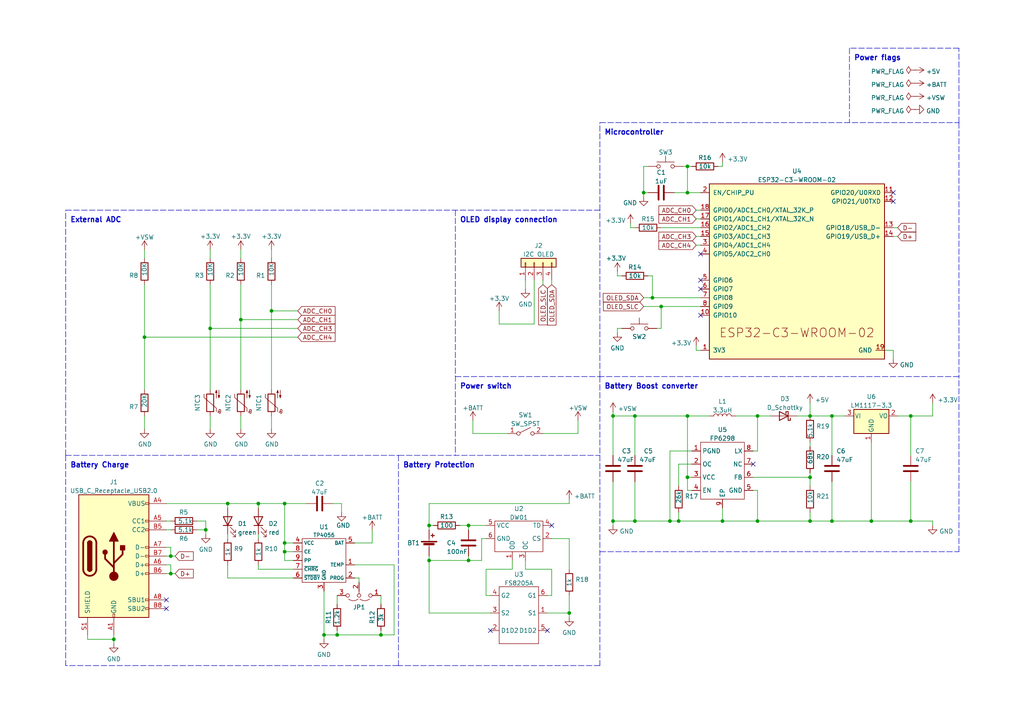
<source format=kicad_sch>
(kicad_sch (version 20211123) (generator eeschema)
  (paper "A4")
  (title_block (title "Feniks BBQ thermometer") (date "2022-12-19") (rev "0.4") (company "Marijn van Dongen"))
  (lib_symbols
    (symbol "Connector:USB_C_Receptacle_USB2.0" (pin_names (offset 1.016))
      (property "Reference" "J" (at -10.16 19.05 0))
      (property "Value" "USB_C_Receptacle_USB2.0" (at 19.05 19.05 0))
      (symbol "USB_C_Receptacle_USB2.0_1_1"
        (pin passive line (at 0 -22.86 90) (length 5.08) (name "GND") (number "A1"))
        (pin passive line (at 0 -22.86 90) (length 5.08) hide (name "GND") (number "A12"))
        (pin passive line (at 15.24 15.24 180) (length 5.08) (name "VBUS") (number "A4"))
        (pin bidirectional line (at 15.24 10.16 180) (length 5.08) (name "CC1") (number "A5"))
        (pin bidirectional line (at 15.24 -2.54 180) (length 5.08) (name "D+") (number "A6"))
        (pin bidirectional line (at 15.24 2.54 180) (length 5.08) (name "D-") (number "A7"))
        (pin bidirectional line (at 15.24 -12.7 180) (length 5.08) (name "SBU1") (number "A8"))
        (pin passive line (at 15.24 15.24 180) (length 5.08) hide (name "VBUS") (number "A9"))
        (pin passive line (at 0 -22.86 90) (length 5.08) hide (name "GND") (number "B1"))
        (pin passive line (at 0 -22.86 90) (length 5.08) hide (name "GND") (number "B12"))
        (pin passive line (at 15.24 15.24 180) (length 5.08) hide (name "VBUS") (number "B4"))
        (pin bidirectional line (at 15.24 7.62 180) (length 5.08) (name "CC2") (number "B5"))
        (pin bidirectional line (at 15.24 -5.08 180) (length 5.08) (name "D+") (number "B6"))
        (pin bidirectional line (at 15.24 0 180) (length 5.08) (name "D-") (number "B7"))
        (pin bidirectional line (at 15.24 -15.24 180) (length 5.08) (name "SBU2") (number "B8"))
        (pin passive line (at 15.24 15.24 180) (length 5.08) hide (name "VBUS") (number "B9"))
        (pin passive line (at -7.62 -22.86 90) (length 5.08) (name "SHIELD") (number "S1"))
      )
    )
    (symbol "Connector_Generic:Conn_01x04" (pin_names (offset 1.016) hide)
      (property "Reference" "J" (at 0 5.08 0))
      (property "Value" "Conn_01x04" (at 0 -7.62 0))
      (symbol "Conn_01x04_1_1"
        (pin passive line (at -5.08 2.54 0) (length 3.81) (name "Pin_1") (number "1"))
        (pin passive line (at -5.08 0 0) (length 3.81) (name "Pin_2") (number "2"))
        (pin passive line (at -5.08 -2.54 0) (length 3.81) (name "Pin_3") (number "3"))
        (pin passive line (at -5.08 -5.08 0) (length 3.81) (name "Pin_4") (number "4"))
      )
    )
    (symbol "Custom:DW01"
      (property "Reference" "U" (at 1.27 10.16 0))
      (property "Value" "DW01" (at 11.43 10.16 0))
      (symbol "DW01_1_1"
        (pin output line (at 8.89 -2.54 90) (length 2.54) (name "OD") (number "1"))
        (pin input line (at -2.54 3.81 0) (length 2.54) (name "CS") (number "2"))
        (pin output line (at 5.08 -2.54 90) (length 2.54) (name "OC") (number "3"))
        (pin input line (at -2.54 7.62 0) (length 2.54) (name "TD") (number "4"))
        (pin input line (at 16.51 7.62 180) (length 2.54) (name "VCC") (number "5"))
        (pin input line (at 16.51 3.81 180) (length 2.54) (name "GND") (number "6"))
      )
    )
    (symbol "Custom:FP6298"
      (property "Reference" "U5" (at -2.54 -0.161 0))
      (property "Value" "FP6298" (at -2.54 -2.6979 0))
      (symbol "FP6298_1_1"
        (pin input line (at -11.43 -6.35 0) (length 2.54) (name "PGND") (number "1"))
        (pin input line (at -11.43 -10.16 0) (length 2.54) (name "OC") (number "2"))
        (pin input line (at -11.43 -13.97 0) (length 2.54) (name "VCC") (number "3"))
        (pin input line (at -11.43 -17.78 0) (length 2.54) (name "EN") (number "4"))
        (pin input line (at 6.35 -17.78 180) (length 2.54) (name "GND") (number "5"))
        (pin input line (at 6.35 -13.97 180) (length 2.54) (name "FB") (number "6"))
        (pin input line (at 6.35 -10.16 180) (length 2.54) (name "NC") (number "7"))
        (pin input line (at 6.35 -6.35 180) (length 2.54) (name "LX") (number "8"))
        (pin input line (at -2.54 -22.86 90) (length 2.54) (name "EP") (number "9"))
      )
    )
    (symbol "Custom:FS8205A"
      (property "Reference" "U" (at 1.27 5.08 0))
      (property "Value" "FS8205A" (at -1.27 8.89 90))
      (symbol "FS8205A_1_1"
        (pin input line (at 7.62 13.97 270) (length 2.54) (name "S1") (number "1"))
        (pin input line (at 12.7 -2.54 90) (length 2.54) (name "D1D2") (number "2"))
        (pin input line (at 7.62 -2.54 90) (length 2.54) (name "S2") (number "3"))
        (pin input line (at 2.54 -2.54 90) (length 2.54) (name "G2") (number "4"))
        (pin input line (at 12.7 13.97 270) (length 2.54) (name "D1D2") (number "5"))
        (pin input line (at 2.54 13.97 270) (length 2.54) (name "G1") (number "6"))
      )
    )
    (symbol "Custom:TP4056"
      (property "Reference" "U" (at 1.27 13.97 0))
      (property "Value" "TP4056" (at 8.89 13.97 0))
      (symbol "TP4056_1_1"
        (pin input line (at 15.24 5.08 180) (length 2.54) (name "TEMP") (number "1"))
        (pin input line (at 15.24 1.27 180) (length 2.54) (name "PROG") (number "2"))
        (pin input line (at 6.35 -2.54 90) (length 2.54) (name "GND") (number "3"))
        (pin input line (at -2.54 11.43 0) (length 2.54) (name "VCC") (number "4"))
        (pin input line (at 15.24 11.43 180) (length 2.54) (name "BAT") (number "5"))
        (pin input line (at -2.54 1.27 0) (length 2.54) (name "~{STDBY}") (number "6"))
        (pin input line (at -2.54 3.81 0) (length 2.54) (name "~{CHRG}") (number "7"))
        (pin input line (at -2.54 8.89 0) (length 2.54) (name "CE") (number "8"))
        (pin input line (at -2.54 6.35 0) (length 2.54) (name "PP") (number "9"))
      )
    )
    (symbol "Device:Battery_Cell" (pin_numbers hide) (pin_names (offset 0) hide)
      (property "Reference" "BT" (at 2.54 2.54 0))
      (property "Value" "Battery_Cell" (at 2.54 0 0))
      (symbol "Battery_Cell_1_1"
        (pin passive line (at 0 5.08 270) (length 2.54) (name "+") (number "1"))
        (pin passive line (at 0 -2.54 90) (length 2.54) (name "-") (number "2"))
      )
    )
    (symbol "Device:C" (pin_numbers hide) (pin_names (offset 0.254))
      (property "Reference" "C" (at 0.635 2.54 0))
      (property "Value" "C" (at 0.635 -2.54 0))
      (symbol "C_1_1"
        (pin passive line (at 0 3.81 270) (length 2.794) (name "~") (number "1"))
        (pin passive line (at 0 -3.81 90) (length 2.794) (name "~") (number "2"))
      )
    )
    (symbol "Device:D_Schottky" (pin_numbers hide) (pin_names (offset 1.016) hide)
      (property "Reference" "D" (at 0 2.54 0))
      (property "Value" "D_Schottky" (at 0 -2.54 0))
      (symbol "D_Schottky_1_1"
        (pin passive line (at -3.81 0 0) (length 2.54) (name "K") (number "1"))
        (pin passive line (at 3.81 0 180) (length 2.54) (name "A") (number "2"))
      )
    )
    (symbol "Device:L" (pin_numbers hide) (pin_names (offset 1.016) hide)
      (property "Reference" "L" (at -1.27 0 90))
      (property "Value" "L" (at 1.905 0 90))
      (symbol "L_1_1"
        (pin passive line (at 0 3.81 270) (length 1.27) (name "1") (number "1"))
        (pin passive line (at 0 -3.81 90) (length 1.27) (name "2") (number "2"))
      )
    )
    (symbol "Device:LED" (pin_numbers hide) (pin_names (offset 1.016) hide)
      (property "Reference" "D" (at 0 2.54 0))
      (property "Value" "LED" (at 0 -2.54 0))
      (symbol "LED_1_1"
        (pin passive line (at -3.81 0 0) (length 2.54) (name "K") (number "1"))
        (pin passive line (at 3.81 0 180) (length 2.54) (name "A") (number "2"))
      )
    )
    (symbol "Device:R" (pin_numbers hide) (pin_names (offset 0))
      (property "Reference" "R" (at 2.032 0 90))
      (property "Value" "R" (at 0 0 90))
      (symbol "R_1_1"
        (pin passive line (at 0 3.81 270) (length 1.27) (name "~") (number "1"))
        (pin passive line (at 0 -3.81 90) (length 1.27) (name "~") (number "2"))
      )
    )
    (symbol "Device:Thermistor_NTC" (pin_numbers hide) (pin_names (offset 0))
      (property "Reference" "TH" (at -4.445 0 90))
      (property "Value" "Thermistor_NTC" (at 3.175 0 90))
      (symbol "Thermistor_NTC_1_1"
        (pin passive line (at 0 3.81 270) (length 1.27) (name "~") (number "1"))
        (pin passive line (at 0 -3.81 90) (length 1.27) (name "~") (number "2"))
      )
    )
    (symbol "Espressif:ESP32-C3-WROOM-02" (pin_names (offset 1.016))
      (property "Reference" "U" (at -25.4 30.48 0))
      (property "Value" "ESP32-C3-WROOM-02" (at -25.4 27.94 0))
      (symbol "ESP32-C3-WROOM-02_0_0"
        (text "ESP32-C3-WROOM-02" (at 0 -17.78 0) (effects (font (size 2.54 2.54))))
      )
      (symbol "ESP32-C3-WROOM-02_1_1"
        (pin power_in line (at -27.94 -22.86 0) (length 2.54) (name "3V3") (number "1"))
        (pin bidirectional line (at -27.94 -12.7 0) (length 2.54) (name "GPIO10") (number "10"))
        (pin bidirectional line (at 27.94 22.86 180) (length 2.54) (name "GPIO20/U0RXD") (number "11"))
        (pin bidirectional line (at 27.94 20.32 180) (length 2.54) (name "GPIO21/U0TXD") (number "12"))
        (pin bidirectional line (at 27.94 12.7 180) (length 2.54) (name "GPIO18/USB_D-") (number "13"))
        (pin bidirectional line (at 27.94 10.16 180) (length 2.54) (name "GPIO19/USB_D+") (number "14"))
        (pin bidirectional line (at -27.94 10.16 0) (length 2.54) (name "GPIO3/ADC1_CH3") (number "15"))
        (pin bidirectional line (at -27.94 12.7 0) (length 2.54) (name "GPIO2/ADC1_CH2") (number "16"))
        (pin bidirectional line (at -27.94 15.24 0) (length 2.54) (name "GPIO1/ADC1_CH1/XTAL_32K_N") (number "17"))
        (pin bidirectional line (at -27.94 17.78 0) (length 2.54) (name "GPIO0/ADC1_CH0/XTAL_32K_P") (number "18"))
        (pin passive line (at 25.4 -22.86 180) (length 2.54) (name "GND") (number "19"))
        (pin input line (at -27.94 22.86 0) (length 2.54) (name "EN/CHIP_PU") (number "2"))
        (pin bidirectional line (at -27.94 7.62 0) (length 2.54) (name "GPIO4/ADC1_CH4") (number "3"))
        (pin bidirectional line (at -27.94 5.08 0) (length 2.54) (name "GPIO5/ADC2_CH0") (number "4"))
        (pin bidirectional line (at -27.94 -2.54 0) (length 2.54) (name "GPIO6") (number "5"))
        (pin bidirectional line (at -27.94 -5.08 0) (length 2.54) (name "GPIO7") (number "6"))
        (pin bidirectional line (at -27.94 -7.62 0) (length 2.54) (name "GPIO8") (number "7"))
        (pin bidirectional line (at -27.94 -10.16 0) (length 2.54) (name "GPIO9") (number "8"))
        (pin power_in line (at 25.4 -22.86 180) (length 2.54) hide (name "GND") (number "9"))
      )
    )
    (symbol "Jumper:Jumper_3_Open" (pin_names (offset 0) hide)
      (property "Reference" "JP" (at -2.54 -2.54 0))
      (property "Value" "Jumper_3_Open" (at 0 2.794 0))
      (symbol "Jumper_3_Open_1_1"
        (pin passive line (at -6.35 0 0) (length 2.54) (name "A") (number "1"))
        (pin passive line (at 0 -3.81 90) (length 2.54) (name "C") (number "2"))
        (pin passive line (at 6.35 0 180) (length 2.54) (name "B") (number "3"))
      )
    )
    (symbol "Regulator_Linear:LM1117-3.3" (pin_names (offset 0.254))
      (property "Reference" "U" (at -3.81 3.175 0))
      (property "Value" "LM1117-3.3" (at 0 3.175 0))
      (symbol "LM1117-3.3_1_1"
        (pin power_in line (at 0 -7.62 90) (length 2.54) (name "GND") (number "1"))
        (pin power_out line (at 7.62 0 180) (length 2.54) (name "VO") (number "2"))
        (pin power_in line (at -7.62 0 0) (length 2.54) (name "VI") (number "3"))
      )
    )
    (symbol "Switch:SW_Push" (pin_numbers hide) (pin_names (offset 1.016) hide)
      (property "Reference" "SW" (at 1.27 2.54 0))
      (property "Value" "SW_Push" (at 0 -1.524 0))
      (symbol "SW_Push_0_1"
        (pin passive line (at -5.08 0 0) (length 2.54) (name "1") (number "1"))
        (pin passive line (at 5.08 0 180) (length 2.54) (name "2") (number "2"))
      )
    )
    (symbol "Switch:SW_SPST" (pin_names (offset 0) hide)
      (property "Reference" "SW" (at 0 3.175 0))
      (property "Value" "SW_SPST" (at 0 -2.54 0))
      (symbol "SW_SPST_1_1"
        (pin passive line (at -5.08 0 0) (length 2.54) (name "A") (number "1"))
        (pin passive line (at 5.08 0 180) (length 2.54) (name "B") (number "2"))
      )
    )
    (symbol "power:+3.3V" (power) (pin_names (offset 0))
      (property "Value" "+3.3V" (at 0 3.556 0))
      (symbol "+3.3V_1_1"
        (pin power_in line (at 0 0 90) (length 0) hide (name "+3.3V") (number "1"))
      )
    )
    (symbol "power:+5V" (power) (pin_names (offset 0))
      (property "Value" "+5V" (at 0 3.556 0))
      (symbol "+5V_1_1"
        (pin power_in line (at 0 0 90) (length 0) hide (name "+5V") (number "1"))
      )
    )
    (symbol "power:+BATT" (power) (pin_names (offset 0))
      (property "Value" "+BATT" (at 0 3.556 0))
      (symbol "+BATT_1_1"
        (pin power_in line (at 0 0 90) (length 0) hide (name "+BATT") (number "1"))
      )
    )
    (symbol "power:+VSW" (power) (pin_names (offset 0))
      (property "Value" "+VSW" (at 0 3.556 0))
      (symbol "+VSW_1_1"
        (pin power_in line (at 0 0 90) (length 0) hide (name "+VSW") (number "1"))
      )
    )
    (symbol "power:GND" (power) (pin_names (offset 0))
      (property "Value" "GND" (at 0 -3.81 0))
      (symbol "GND_1_1"
        (pin power_in line (at 0 0 270) (length 0) hide (name "GND") (number "1"))
      )
    )
    (symbol "power:PWR_FLAG" (power) (pin_numbers hide) (pin_names (offset 0) hide)
      (property "Value" "PWR_FLAG" (at 0 3.81 0))
      (symbol "PWR_FLAG_0_0"
        (pin power_out line (at 0 0 90) (length 0) (name "pwr") (number "1"))
      )
    )
  )
  (junction (at 264.16 151.13))
  (junction (at 82.55 160.02))
  (junction (at 184.15 151.13))
  (junction (at 199.39 48.26))
  (junction (at 186.69 55.88))
  (junction (at 93.98 184.15))
  (junction (at 199.39 120.65))
  (junction (at 135.89 152.4))
  (junction (at 49.53 161.29))
  (junction (at 82.55 146.05))
  (junction (at 234.95 120.65))
  (junction (at 177.8 151.13))
  (junction (at 219.71 151.13))
  (junction (at 124.46 152.4))
  (junction (at 69.85 92.71))
  (junction (at 241.3 151.13))
  (junction (at 184.15 120.65))
  (junction (at 189.23 86.36))
  (junction (at 41.91 97.79))
  (junction (at 124.46 162.56))
  (junction (at 191.77 88.9))
  (junction (at 209.55 151.13))
  (junction (at 199.39 138.43))
  (junction (at 199.39 55.88))
  (junction (at 66.04 146.05))
  (junction (at 78.74 90.17))
  (junction (at 234.95 151.13))
  (junction (at 252.73 151.13))
  (junction (at 49.53 166.37))
  (junction (at 219.71 120.65))
  (junction (at 177.8 120.65))
  (junction (at 165.1 177.8))
  (junction (at 264.16 120.65))
  (junction (at 234.95 138.43))
  (junction (at 74.93 146.05))
  (junction (at 60.96 95.25))
  (junction (at 97.79 184.15))
  (junction (at 241.3 120.65))
  (junction (at 135.89 162.56))
  (junction (at 33.02 185.42))
  (junction (at 110.49 184.15))
  (junction (at 196.85 151.13))
  (junction (at 194.31 151.13))
  (junction (at 82.55 157.48))
  (junction (at 59.69 153.67))
  (no_connect (at 259.08 55.88))
  (no_connect (at 259.08 58.42))
  (no_connect (at 203.2 91.44))
  (no_connect (at 158.75 182.88))
  (no_connect (at 203.2 73.66))
  (no_connect (at 218.44 134.62))
  (no_connect (at 48.26 173.99))
  (no_connect (at 48.26 176.53))
  (no_connect (at 203.2 81.28))
  (no_connect (at 203.2 83.82))
  (no_connect (at 160.02 152.4))
  (no_connect (at 142.24 182.88))
  (wire (pts (xy 201.93 101.6) (xy 203.2 101.6)))
  (wire (pts (xy 234.95 138.43) (xy 234.95 140.97)))
  (polyline (pts (xy 173.99 35.56) (xy 278.13 35.56)))
  (wire (pts (xy 219.71 142.24) (xy 219.71 151.13)))
  (polyline (pts (xy 115.57 193.04) (xy 19.05 193.04)))
  (wire (pts (xy 74.93 163.83) (xy 74.93 165.1)))
  (wire (pts (xy 160.02 172.72) (xy 158.75 172.72)))
  (wire (pts (xy 124.46 152.4) (xy 124.46 153.67)))
  (wire (pts (xy 165.1 177.8) (xy 165.1 179.07)))
  (wire (pts (xy 135.89 152.4) (xy 135.89 153.67)))
  (polyline (pts (xy 173.99 60.96) (xy 132.08 60.96)))
  (polyline (pts (xy 19.05 132.08) (xy 19.05 193.04)))
  (wire (pts (xy 104.14 167.64) (xy 104.14 168.91)))
  (wire (pts (xy 144.78 93.98) (xy 144.78 90.17)))
  (wire (pts (xy 49.53 158.75) (xy 49.53 161.29)))
  (wire (pts (xy 199.39 142.24) (xy 200.66 142.24)))
  (wire (pts (xy 186.69 86.36) (xy 189.23 86.36)))
  (wire (pts (xy 209.55 151.13) (xy 219.71 151.13)))
  (wire (pts (xy 125.73 152.4) (xy 124.46 152.4)))
  (wire (pts (xy 93.98 171.45) (xy 93.98 184.15)))
  (wire (pts (xy 148.59 165.1) (xy 148.59 162.56)))
  (wire (pts (xy 219.71 120.65) (xy 223.52 120.65)))
  (wire (pts (xy 78.74 90.17) (xy 78.74 113.03)))
  (polyline (pts (xy 278.13 35.56) (xy 278.13 109.22)))
  (wire (pts (xy 25.4 185.42) (xy 33.02 185.42)))
  (wire (pts (xy 78.74 124.46) (xy 78.74 120.65)))
  (wire (pts (xy 256.54 101.6) (xy 259.08 101.6)))
  (wire (pts (xy 177.8 120.65) (xy 177.8 132.08)))
  (wire (pts (xy 252.73 151.13) (xy 264.16 151.13)))
  (wire (pts (xy 191.77 66.04) (xy 203.2 66.04)))
  (polyline (pts (xy 19.05 132.08) (xy 19.05 60.96)))
  (polyline (pts (xy 173.99 109.22) (xy 173.99 132.08)))
  (wire (pts (xy 82.55 157.48) (xy 85.09 157.48)))
  (wire (pts (xy 189.23 86.36) (xy 203.2 86.36)))
  (wire (pts (xy 201.93 60.96) (xy 203.2 60.96)))
  (wire (pts (xy 74.93 154.94) (xy 74.93 156.21)))
  (wire (pts (xy 218.44 130.81) (xy 219.71 130.81)))
  (wire (pts (xy 82.55 162.56) (xy 82.55 160.02)))
  (wire (pts (xy 199.39 120.65) (xy 205.74 120.65)))
  (wire (pts (xy 74.93 165.1) (xy 85.09 165.1)))
  (polyline (pts (xy 278.13 13.97) (xy 246.38 13.97)))
  (wire (pts (xy 177.8 151.13) (xy 184.15 151.13)))
  (wire (pts (xy 187.96 80.01) (xy 189.23 80.01)))
  (wire (pts (xy 78.74 82.55) (xy 78.74 90.17)))
  (polyline (pts (xy 19.05 132.08) (xy 115.57 132.08)))
  (wire (pts (xy 60.96 74.93) (xy 60.96 72.39)))
  (wire (pts (xy 82.55 146.05) (xy 82.55 157.48)))
  (wire (pts (xy 234.95 151.13) (xy 219.71 151.13)))
  (wire (pts (xy 241.3 151.13) (xy 234.95 151.13)))
  (wire (pts (xy 33.02 185.42) (xy 33.02 184.15)))
  (wire (pts (xy 209.55 48.26) (xy 208.28 48.26)))
  (wire (pts (xy 135.89 152.4) (xy 140.97 152.4)))
  (wire (pts (xy 199.39 120.65) (xy 199.39 138.43)))
  (wire (pts (xy 189.23 80.01) (xy 189.23 86.36)))
  (wire (pts (xy 96.52 146.05) (xy 99.06 146.05)))
  (wire (pts (xy 69.85 82.55) (xy 69.85 92.71)))
  (wire (pts (xy 66.04 167.64) (xy 85.09 167.64)))
  (wire (pts (xy 186.69 48.26) (xy 187.96 48.26)))
  (wire (pts (xy 234.95 137.16) (xy 234.95 138.43)))
  (wire (pts (xy 41.91 97.79) (xy 86.36 97.79)))
  (wire (pts (xy 209.55 46.99) (xy 209.55 48.26)))
  (wire (pts (xy 241.3 120.65) (xy 245.11 120.65)))
  (wire (pts (xy 49.53 153.67) (xy 48.26 153.67)))
  (wire (pts (xy 201.93 100.33) (xy 201.93 101.6)))
  (wire (pts (xy 160.02 165.1) (xy 160.02 172.72)))
  (wire (pts (xy 234.95 138.43) (xy 218.44 138.43)))
  (wire (pts (xy 198.12 48.26) (xy 199.39 48.26)))
  (wire (pts (xy 41.91 124.46) (xy 41.91 120.65)))
  (wire (pts (xy 270.51 120.65) (xy 264.16 120.65)))
  (wire (pts (xy 124.46 146.05) (xy 165.1 146.05)))
  (wire (pts (xy 110.49 182.88) (xy 110.49 184.15)))
  (wire (pts (xy 102.87 163.83) (xy 114.3 163.83)))
  (wire (pts (xy 114.3 163.83) (xy 114.3 184.15)))
  (wire (pts (xy 25.4 184.15) (xy 25.4 185.42)))
  (polyline (pts (xy 173.99 109.22) (xy 173.99 60.96)))
  (wire (pts (xy 264.16 120.65) (xy 264.16 132.08)))
  (wire (pts (xy 49.53 166.37) (xy 50.8 166.37)))
  (wire (pts (xy 241.3 120.65) (xy 241.3 132.08)))
  (wire (pts (xy 49.53 161.29) (xy 50.8 161.29)))
  (wire (pts (xy 200.66 134.62) (xy 196.85 134.62)))
  (wire (pts (xy 69.85 92.71) (xy 69.85 113.03)))
  (wire (pts (xy 165.1 146.05) (xy 165.1 144.78)))
  (wire (pts (xy 234.95 116.84) (xy 234.95 120.65)))
  (wire (pts (xy 33.02 186.69) (xy 33.02 185.42)))
  (wire (pts (xy 69.85 74.93) (xy 69.85 72.39)))
  (wire (pts (xy 66.04 163.83) (xy 66.04 167.64)))
  (polyline (pts (xy 115.57 132.08) (xy 115.57 193.04)))
  (wire (pts (xy 179.07 95.25) (xy 179.07 96.52)))
  (wire (pts (xy 259.08 66.04) (xy 260.35 66.04)))
  (wire (pts (xy 133.35 152.4) (xy 135.89 152.4)))
  (wire (pts (xy 74.93 146.05) (xy 66.04 146.05)))
  (wire (pts (xy 139.7 156.21) (xy 139.7 162.56)))
  (wire (pts (xy 190.5 95.25) (xy 191.77 95.25)))
  (wire (pts (xy 97.79 172.72) (xy 97.79 175.26)))
  (wire (pts (xy 177.8 119.38) (xy 177.8 120.65)))
  (wire (pts (xy 140.97 165.1) (xy 148.59 165.1)))
  (polyline (pts (xy 132.08 109.22) (xy 173.99 109.22)))
  (wire (pts (xy 196.85 134.62) (xy 196.85 140.97)))
  (wire (pts (xy 102.87 167.64) (xy 104.14 167.64)))
  (wire (pts (xy 82.55 157.48) (xy 82.55 160.02)))
  (wire (pts (xy 270.51 116.84) (xy 270.51 120.65)))
  (wire (pts (xy 165.1 172.72) (xy 165.1 177.8)))
  (wire (pts (xy 140.97 156.21) (xy 139.7 156.21)))
  (wire (pts (xy 41.91 72.39) (xy 41.91 74.93)))
  (wire (pts (xy 124.46 162.56) (xy 124.46 161.29)))
  (wire (pts (xy 186.69 55.88) (xy 186.69 48.26)))
  (wire (pts (xy 264.16 151.13) (xy 270.51 151.13)))
  (polyline (pts (xy 132.08 60.96) (xy 132.08 132.08)))
  (wire (pts (xy 200.66 130.81) (xy 194.31 130.81)))
  (wire (pts (xy 66.04 154.94) (xy 66.04 156.21)))
  (wire (pts (xy 140.97 172.72) (xy 140.97 165.1)))
  (wire (pts (xy 199.39 48.26) (xy 199.39 55.88)))
  (polyline (pts (xy 278.13 35.56) (xy 278.13 13.97)))
  (polyline (pts (xy 115.57 132.08) (xy 173.99 132.08)))
  (wire (pts (xy 49.53 163.83) (xy 49.53 166.37)))
  (wire (pts (xy 157.48 125.73) (xy 167.64 125.73)))
  (wire (pts (xy 142.24 172.72) (xy 140.97 172.72)))
  (wire (pts (xy 60.96 95.25) (xy 60.96 113.03)))
  (wire (pts (xy 259.08 68.58) (xy 260.35 68.58)))
  (wire (pts (xy 199.39 138.43) (xy 200.66 138.43)))
  (wire (pts (xy 57.15 153.67) (xy 59.69 153.67)))
  (wire (pts (xy 194.31 130.81) (xy 194.31 151.13)))
  (wire (pts (xy 60.96 95.25) (xy 86.36 95.25)))
  (wire (pts (xy 124.46 146.05) (xy 124.46 152.4)))
  (wire (pts (xy 187.96 55.88) (xy 186.69 55.88)))
  (wire (pts (xy 78.74 74.93) (xy 78.74 72.39)))
  (wire (pts (xy 194.31 151.13) (xy 196.85 151.13)))
  (wire (pts (xy 152.4 165.1) (xy 160.02 165.1)))
  (wire (pts (xy 93.98 184.15) (xy 93.98 185.42)))
  (polyline (pts (xy 278.13 109.22) (xy 173.99 109.22)))
  (wire (pts (xy 82.55 146.05) (xy 88.9 146.05)))
  (wire (pts (xy 74.93 146.05) (xy 74.93 147.32)))
  (wire (pts (xy 234.95 129.54) (xy 234.95 128.27)))
  (wire (pts (xy 49.53 151.13) (xy 48.26 151.13)))
  (wire (pts (xy 177.8 151.13) (xy 177.8 152.4)))
  (wire (pts (xy 157.48 81.28) (xy 157.48 82.55)))
  (wire (pts (xy 93.98 184.15) (xy 97.79 184.15)))
  (wire (pts (xy 196.85 148.59) (xy 196.85 151.13)))
  (wire (pts (xy 48.26 166.37) (xy 49.53 166.37)))
  (wire (pts (xy 182.88 64.77) (xy 182.88 66.04)))
  (wire (pts (xy 135.89 161.29) (xy 135.89 162.56)))
  (wire (pts (xy 135.89 162.56) (xy 124.46 162.56)))
  (wire (pts (xy 184.15 139.7) (xy 184.15 151.13)))
  (polyline (pts (xy 278.13 160.02) (xy 278.13 109.22)))
  (wire (pts (xy 99.06 146.05) (xy 99.06 148.59)))
  (wire (pts (xy 152.4 81.28) (xy 152.4 83.82)))
  (wire (pts (xy 234.95 120.65) (xy 241.3 120.65)))
  (polyline (pts (xy 173.99 193.04) (xy 115.57 193.04)))
  (wire (pts (xy 124.46 177.8) (xy 124.46 162.56)))
  (wire (pts (xy 201.93 68.58) (xy 203.2 68.58)))
  (wire (pts (xy 41.91 97.79) (xy 41.91 113.03)))
  (wire (pts (xy 165.1 165.1) (xy 165.1 156.21)))
  (wire (pts (xy 234.95 148.59) (xy 234.95 151.13)))
  (wire (pts (xy 48.26 161.29) (xy 49.53 161.29)))
  (wire (pts (xy 59.69 151.13) (xy 59.69 153.67)))
  (wire (pts (xy 213.36 120.65) (xy 219.71 120.65)))
  (wire (pts (xy 59.69 153.67) (xy 59.69 154.94)))
  (wire (pts (xy 41.91 82.55) (xy 41.91 97.79)))
  (wire (pts (xy 107.95 157.48) (xy 102.87 157.48)))
  (wire (pts (xy 154.94 93.98) (xy 144.78 93.98)))
  (wire (pts (xy 179.07 78.74) (xy 179.07 80.01)))
  (wire (pts (xy 97.79 184.15) (xy 110.49 184.15)))
  (wire (pts (xy 252.73 128.27) (xy 252.73 151.13)))
  (wire (pts (xy 152.4 162.56) (xy 152.4 165.1)))
  (wire (pts (xy 85.09 160.02) (xy 82.55 160.02)))
  (wire (pts (xy 199.39 55.88) (xy 203.2 55.88)))
  (wire (pts (xy 195.58 55.88) (xy 199.39 55.88)))
  (wire (pts (xy 191.77 88.9) (xy 203.2 88.9)))
  (polyline (pts (xy 173.99 132.08) (xy 173.99 193.04)))
  (polyline (pts (xy 19.05 60.96) (xy 132.08 60.96)))
  (wire (pts (xy 196.85 151.13) (xy 209.55 151.13)))
  (wire (pts (xy 219.71 130.81) (xy 219.71 120.65)))
  (wire (pts (xy 184.15 151.13) (xy 194.31 151.13)))
  (wire (pts (xy 48.26 146.05) (xy 66.04 146.05)))
  (wire (pts (xy 264.16 139.7) (xy 264.16 151.13)))
  (wire (pts (xy 165.1 156.21) (xy 160.02 156.21)))
  (wire (pts (xy 107.95 153.67) (xy 107.95 157.48)))
  (wire (pts (xy 69.85 92.71) (xy 86.36 92.71)))
  (wire (pts (xy 184.15 120.65) (xy 199.39 120.65)))
  (wire (pts (xy 49.53 158.75) (xy 48.26 158.75)))
  (wire (pts (xy 201.93 71.12) (xy 203.2 71.12)))
  (wire (pts (xy 167.64 121.92) (xy 167.64 125.73)))
  (wire (pts (xy 241.3 139.7) (xy 241.3 151.13)))
  (wire (pts (xy 184.15 120.65) (xy 184.15 132.08)))
  (wire (pts (xy 180.34 95.25) (xy 179.07 95.25)))
  (wire (pts (xy 231.14 120.65) (xy 234.95 120.65)))
  (wire (pts (xy 270.51 152.4) (xy 270.51 151.13)))
  (wire (pts (xy 264.16 120.65) (xy 260.35 120.65)))
  (wire (pts (xy 259.08 101.6) (xy 259.08 104.14)))
  (wire (pts (xy 60.96 124.46) (xy 60.96 120.65)))
  (wire (pts (xy 97.79 182.88) (xy 97.79 184.15)))
  (wire (pts (xy 177.8 120.65) (xy 184.15 120.65)))
  (wire (pts (xy 60.96 82.55) (xy 60.96 95.25)))
  (wire (pts (xy 66.04 146.05) (xy 66.04 147.32)))
  (wire (pts (xy 186.69 88.9) (xy 191.77 88.9)))
  (wire (pts (xy 48.26 163.83) (xy 49.53 163.83)))
  (wire (pts (xy 85.09 162.56) (xy 82.55 162.56)))
  (wire (pts (xy 186.69 55.88) (xy 186.69 57.15)))
  (wire (pts (xy 177.8 139.7) (xy 177.8 151.13)))
  (polyline (pts (xy 173.99 160.02) (xy 278.13 160.02)))
  (wire (pts (xy 201.93 63.5) (xy 203.2 63.5)))
  (wire (pts (xy 137.16 125.73) (xy 147.32 125.73)))
  (wire (pts (xy 200.66 48.26) (xy 199.39 48.26)))
  (wire (pts (xy 199.39 138.43) (xy 199.39 142.24)))
  (wire (pts (xy 82.55 146.05) (xy 74.93 146.05)))
  (wire (pts (xy 158.75 177.8) (xy 165.1 177.8)))
  (wire (pts (xy 110.49 172.72) (xy 110.49 175.26)))
  (wire (pts (xy 78.74 90.17) (xy 86.36 90.17)))
  (wire (pts (xy 137.16 121.92) (xy 137.16 125.73)))
  (wire (pts (xy 179.07 80.01) (xy 180.34 80.01)))
  (polyline (pts (xy 246.38 13.97) (xy 246.38 35.56)))
  (wire (pts (xy 142.24 177.8) (xy 124.46 177.8)))
  (wire (pts (xy 182.88 66.04) (xy 184.15 66.04)))
  (wire (pts (xy 241.3 151.13) (xy 252.73 151.13)))
  (wire (pts (xy 110.49 184.15) (xy 114.3 184.15)))
  (wire (pts (xy 160.02 81.28) (xy 160.02 82.55)))
  (wire (pts (xy 57.15 151.13) (xy 59.69 151.13)))
  (wire (pts (xy 69.85 124.46) (xy 69.85 120.65)))
  (wire (pts (xy 191.77 95.25) (xy 191.77 88.9)))
  (polyline (pts (xy 173.99 60.96) (xy 173.99 35.56)))
  (wire (pts (xy 154.94 81.28) (xy 154.94 93.98)))
  (wire (pts (xy 209.55 147.32) (xy 209.55 151.13)))
  (wire (pts (xy 135.89 162.56) (xy 139.7 162.56)))
  (wire (pts (xy 218.44 142.24) (xy 219.71 142.24)))
  (text "Microcontroller" (at 175.26 39.37 0) (effects (font (size 1.5 1.5) (thickness 0.3) bold) (justify left bottom)))
  (text "Power flags" (at 247.65 17.78 0) (effects (font (size 1.5 1.5) (thickness 0.3) bold) (justify left bottom)))
  (text "Battery Protection" (at 116.84 135.89 0) (effects (font (size 1.5 1.5) (thickness 0.3) bold) (justify left bottom)))
  (text "Battery Boost converter" (at 175.26 113.03 0) (effects (font (size 1.5 1.5) (thickness 0.3) bold) (justify left bottom)))
  (text "OLED display connection" (at 133.35 64.77 0) (effects (font (size 1.5 1.5) (thickness 0.3) bold) (justify left bottom)))
  (text "Battery Charge" (at 20.32 135.89 0) (effects (font (size 1.5 1.5) (thickness 0.3) bold) (justify left bottom)))
  (text "External ADC" (at 20.32 64.77 0) (effects (font (size 1.5 1.5) (thickness 0.3) bold) (justify left bottom)))
  (text "Power switch" (at 133.35 113.03 0) (effects (font (size 1.5 1.5) (thickness 0.3) bold) (justify left bottom)))
  (global_label "ADC_CH1" (shape input) (at 201.93 63.5 180) (property "Intersheet References" "${INTERSHEET_REFS}" (effects hide)))
  (global_label "ADC_CH0" (shape input) (at 201.93 60.96 180) (property "Intersheet References" "${INTERSHEET_REFS}" (effects hide)))
  (global_label "ADC_CH4" (shape input) (at 201.93 71.12 180) (property "Intersheet References" "${INTERSHEET_REFS}" (effects hide)))
  (global_label "OLED_SLC" (shape input) (at 186.69 88.9 180) (property "Intersheet References" "${INTERSHEET_REFS}" (effects hide)))
  (global_label "ADC_CH0" (shape input) (at 86.36 90.17 0) (property "Intersheet References" "${INTERSHEET_REFS}" (effects hide)))
  (global_label "OLED_SDA" (shape input) (at 186.69 86.36 180) (property "Intersheet References" "${INTERSHEET_REFS}" (effects hide)))
  (global_label "D-" (shape input) (at 50.8 161.29 0) (property "Intersheet References" "${INTERSHEET_REFS}" (effects hide)))
  (global_label "ADC_CH3" (shape input) (at 86.36 95.25 0) (property "Intersheet References" "${INTERSHEET_REFS}" (effects hide)))
  (global_label "OLED_SDA" (shape input) (at 160.02 82.55 270) (property "Intersheet References" "${INTERSHEET_REFS}" (effects hide)))
  (global_label "D-" (shape input) (at 260.35 66.04 0) (property "Intersheet References" "${INTERSHEET_REFS}" (effects hide)))
  (global_label "D+" (shape input) (at 50.8 166.37 0) (property "Intersheet References" "${INTERSHEET_REFS}" (effects hide)))
  (global_label "ADC_CH4" (shape input) (at 86.36 97.79 0) (property "Intersheet References" "${INTERSHEET_REFS}" (effects hide)))
  (global_label "OLED_SLC" (shape input) (at 157.48 82.55 270) (property "Intersheet References" "${INTERSHEET_REFS}" (effects hide)))
  (global_label "ADC_CH1" (shape input) (at 86.36 92.71 0) (property "Intersheet References" "${INTERSHEET_REFS}" (effects hide)))
  (global_label "D+" (shape input) (at 260.35 68.58 0) (property "Intersheet References" "${INTERSHEET_REFS}" (effects hide)))
  (global_label "ADC_CH3" (shape input) (at 201.93 68.58 180) (property "Intersheet References" "${INTERSHEET_REFS}" (effects hide)))
  (symbol (lib_id "power:PWR_FLAG") (at 265.43 31.75 90) (unit 1)
    (property "Reference" "#FLG03" (effects hide))
    (property "Value" "PWR_FLAG" (at 262.2551 32.1838 90) (effects (justify left)))
  )
  (symbol (lib_id "power:GND") (at 265.43 31.75 90) (unit 1)
    (property "Reference" "#PWR05" (effects hide))
    (property "Value" "GND" (at 268.605 32.1838 90) (effects (justify right)))
  )
  (symbol (lib_id "power:GND") (at 41.91 124.46 0) (unit 1)
    (property "Reference" "#PWR026" (effects hide))
    (property "Value" "GND" (at 42.037 128.8542 0))
  )
  (symbol (lib_id "Device:R") (at 41.91 78.74 180) (unit 1)
    (property "Reference" "R8" (at 40.132 79.9084 0) (effects (justify left)))
    (property "Value" "10K" (at 41.91 76.2 90) (effects (justify left)))
    (property "Footprint" "Resistor_SMD:R_0805_2012Metric_Pad1.20x1.40mm_HandSolder" (effects hide))
  )
  (symbol (lib_id "Device:R") (at 41.91 116.84 180) (unit 1)
    (property "Reference" "R7" (at 40.132 118.0084 0) (effects (justify left)))
    (property "Value" "20K" (at 41.91 114.3 90) (effects (justify left)))
    (property "Footprint" "Resistor_SMD:R_0805_2012Metric_Pad1.20x1.40mm_HandSolder" (effects hide))
  )
  (symbol (lib_id "power:GND") (at 93.98 185.42 0) (unit 1)
    (property "Reference" "#PWR0107" (effects hide))
    (property "Value" "GND" (at 93.98 189.8634 0))
  )
  (symbol (lib_id "Device:LED") (at 74.93 151.13 90) (unit 1)
    (property "Reference" "D2" (at 77.851 151.8828 90) (effects (justify right)))
    (property "Value" "red" (at 77.851 154.4197 90) (effects (justify right)))
    (property "Footprint" "LED_SMD:LED_0805_2012Metric_Pad1.15x1.40mm_HandSolder" (effects hide))
  )
  (symbol (lib_id "power:+3.3V") (at 270.51 116.84 0) (unit 1)
    (property "Reference" "#PWR040" (effects hide))
    (property "Value" "+3.3V" (at 271.907 116.0038 0) (effects (justify left)))
  )
  (symbol (lib_id "Device:R") (at 53.34 153.67 90) (unit 1)
    (property "Reference" "R6" (at 54.61 156.21 90) (effects (justify left)))
    (property "Value" "5.1k" (at 55.88 153.67 90) (effects (justify left)))
    (property "Footprint" "Resistor_SMD:R_0805_2012Metric_Pad1.20x1.40mm_HandSolder" (effects hide))
  )
  (symbol (lib_id "Device:R") (at 165.1 168.91 0) (unit 1)
    (property "Reference" "R18" (at 166.878 168.0753 0) (effects (justify left)))
    (property "Value" "1k" (at 165.1 170.18 90) (effects (justify left)))
    (property "Footprint" "Resistor_SMD:R_0805_2012Metric_Pad1.20x1.40mm_HandSolder" (effects hide))
  )
  (symbol (lib_id "power:+3.3V") (at 144.78 90.17 0) (unit 1)
    (property "Reference" "#PWR016" (effects hide))
    (property "Value" "+3.3V" (at 144.78 86.5942 0))
  )
  (symbol (lib_id "power:+3.3V") (at 60.96 72.39 0) (unit 1)
    (property "Reference" "#PWR09" (effects hide))
    (property "Value" "+3.3V" (at 60.96 68.58 0))
  )
  (symbol (lib_id "power:PWR_FLAG") (at 265.43 24.13 90) (unit 1)
    (property "Reference" "#FLG04" (effects hide))
    (property "Value" "PWR_FLAG" (at 262.2551 24.5638 90) (effects (justify left)))
  )
  (symbol (lib_id "Connector:USB_C_Receptacle_USB2.0") (at 33.02 161.29 0) (unit 1)
    (property "Reference" "J1" (at 33.02 139.8102 0))
    (property "Value" "USB_C_Receptacle_USB2.0" (at 33.02 142.3471 0))
    (property "Footprint" "Connector_USB:USB_C_Receptacle_HRO_TYPE-C-31-M-12" (effects hide))
    (property "Datasheet" "https://www.usb.org/sites/default/files/documents/usb_type-c.zip" (effects hide))
  )
  (symbol (lib_id "power:GND") (at 59.69 154.94 0) (unit 1)
    (property "Reference" "#PWR03" (effects hide))
    (property "Value" "GND" (at 59.69 159.3834 0))
  )
  (symbol (lib_id "Custom:DW01") (at 157.48 160.02 0) (mirror y) (unit 1)
    (property "Reference" "U2" (at 150.495 147.5572 0))
    (property "Value" "DW01" (at 150.495 150.0941 0))
    (property "Footprint" "Package_TO_SOT_SMD:SOT-23-6_Handsoldering" (effects hide))
  )
  (symbol (lib_id "power:GND") (at 259.08 104.14 0) (unit 1)
    (property "Reference" "#PWR031" (effects hide))
    (property "Value" "GND" (at 260.985 105.8438 0) (effects (justify left)))
  )
  (symbol (lib_id "Device:C") (at 191.77 55.88 90) (unit 1)
    (property "Reference" "C1" (at 191.77 50.0212 90))
    (property "Value" "1uF" (at 191.77 52.5581 90))
    (property "Footprint" "Capacitor_SMD:C_0805_2012Metric_Pad1.18x1.45mm_HandSolder" (effects hide))
  )
  (symbol (lib_id "power:+3.3V") (at 179.07 78.74 0) (unit 1)
    (property "Reference" "#PWR04" (effects hide))
    (property "Value" "+3.3V" (at 181.61 74.93 0) (effects (justify right)))
  )
  (symbol (lib_id "power:+VSW") (at 41.91 72.39 0) (unit 1)
    (property "Reference" "#PWR?" (effects hide))
    (property "Value" "+VSW" (at 41.91 68.8142 0))
  )
  (symbol (lib_id "power:+3.3V") (at 182.88 64.77 0) (unit 1)
    (property "Reference" "#PWR028" (effects hide))
    (property "Value" "+3.3V" (at 181.483 63.9338 0) (effects (justify right)))
  )
  (symbol (lib_id "power:GND") (at 186.69 57.15 0) (unit 1)
    (property "Reference" "#PWR022" (effects hide))
    (property "Value" "GND" (at 184.7851 58.8538 0) (effects (justify right)))
  )
  (symbol (lib_id "power:+3.3V") (at 201.93 100.33 0) (unit 1)
    (property "Reference" "#PWR029" (effects hide))
    (property "Value" "+3.3V" (at 200.533 99.4938 0) (effects (justify right)))
  )
  (symbol (lib_id "Device:D_Schottky") (at 227.33 120.65 180) (unit 1)
    (property "Reference" "D3" (at 227.6475 115.6802 0))
    (property "Value" "D_Schottky" (at 227.6475 118.2171 0))
    (property "Footprint" "Diode_SMD:D_SMA" (effects hide))
  )
  (symbol (lib_id "Device:C") (at 264.16 135.89 0) (unit 1)
    (property "Reference" "C7" (at 265.43 130.8131 0) (effects (justify left)))
    (property "Value" "47uF" (at 265.43 133.35 0) (effects (justify left)))
    (property "Footprint" "Capacitor_SMD:C_0805_2012Metric_Pad1.18x1.45mm_HandSolder" (effects hide))
  )
  (symbol (lib_id "power:+3.3V") (at 209.55 46.99 0) (unit 1)
    (property "Reference" "#PWR030" (effects hide))
    (property "Value" "+3.3V" (at 210.947 46.1538 0) (effects (justify left)))
  )
  (symbol (lib_id "Device:Thermistor_NTC") (at 69.85 116.84 180) (unit 1)
    (property "Reference" "NTC2" (at 66.1924 116.84 90))
    (property "Value" "Thermistor_NTC" (effects hide))
    (property "Footprint" "Connector_PinSocket_2.54mm:PinSocket_1x02_P2.54mm_Vertical" (effects hide))
  )
  (symbol (lib_id "Device:R") (at 97.79 179.07 180) (unit 1)
    (property "Reference" "R11" (at 95.25 179.07 90))
    (property "Value" "1.2k" (at 97.79 179.07 90))
    (property "Footprint" "Resistor_SMD:R_0805_2012Metric_Pad1.20x1.40mm_HandSolder" (effects hide))
  )
  (symbol (lib_id "Device:R") (at 234.95 124.46 0) (unit 1)
    (property "Reference" "R19" (at 236.728 123.6253 0) (effects (justify left)))
    (property "Value" "5.1k" (at 234.95 127 90) (effects (justify left)))
    (property "Footprint" "Resistor_SMD:R_0805_2012Metric_Pad1.20x1.40mm_HandSolder" (effects hide))
  )
  (symbol (lib_id "power:+BATT") (at 165.1 144.78 0) (unit 1)
    (property "Reference" "#PWR027" (effects hide))
    (property "Value" "+BATT" (at 166.497 143.9438 0) (effects (justify left)))
  )
  (symbol (lib_id "power:GND") (at 165.1 179.07 0) (unit 1)
    (property "Reference" "#PWR0105" (effects hide))
    (property "Value" "GND" (at 165.1 183.5134 0))
  )
  (symbol (lib_id "Device:C") (at 184.15 135.89 0) (unit 1)
    (property "Reference" "C5" (at 186.69 130.81 0) (effects (justify left)))
    (property "Value" "47uF" (at 185.42 133.35 0) (effects (justify left)))
    (property "Footprint" "Capacitor_SMD:C_0805_2012Metric_Pad1.18x1.45mm_HandSolder" (effects hide))
  )
  (symbol (lib_id "power:GND") (at 179.07 96.52 0) (unit 1)
    (property "Reference" "#PWR021" (effects hide))
    (property "Value" "GND" (at 179.07 100.9634 0))
  )
  (symbol (lib_id "Device:R") (at 234.95 133.35 0) (unit 1)
    (property "Reference" "R20" (at 236.728 132.5153 0) (effects (justify left)))
    (property "Value" "68k" (at 234.95 134.62 90) (effects (justify left)))
    (property "Footprint" "Resistor_SMD:R_0805_2012Metric_Pad1.20x1.40mm_HandSolder" (effects hide))
  )
  (symbol (lib_id "Device:R") (at 110.49 179.07 180) (unit 1)
    (property "Reference" "R12" (at 107.95 179.07 90))
    (property "Value" "3k" (at 110.49 179.07 90))
    (property "Footprint" "Resistor_SMD:R_0805_2012Metric_Pad1.20x1.40mm_HandSolder" (effects hide))
  )
  (symbol (lib_id "power:+VSW") (at 177.8 119.38 0) (unit 1)
    (property "Reference" "#PWR036" (effects hide))
    (property "Value" "+VSW" (at 179.197 118.5438 0) (effects (justify left)))
  )
  (symbol (lib_id "power:GND") (at 99.06 148.59 0) (unit 1)
    (property "Reference" "#PWR032" (effects hide))
    (property "Value" "GND" (at 101.6 152.4 0) (effects (justify right)))
  )
  (symbol (lib_id "Device:R") (at 53.34 151.13 90) (unit 1)
    (property "Reference" "R5" (at 54.61 148.59 90) (effects (justify left)))
    (property "Value" "5.1k" (at 55.88 151.13 90) (effects (justify left)))
    (property "Footprint" "Resistor_SMD:R_0805_2012Metric_Pad1.20x1.40mm_HandSolder" (effects hide))
  )
  (symbol (lib_id "power:+5V") (at 265.43 20.32 270) (unit 1)
    (property "Reference" "#PWR0102" (effects hide))
    (property "Value" "+5V" (at 268.605 20.7538 90) (effects (justify left)))
  )
  (symbol (lib_id "power:GND") (at 270.51 152.4 0) (unit 1)
    (property "Reference" "#PWR039" (effects hide))
    (property "Value" "GND" (at 272.415 154.1038 0) (effects (justify left)))
  )
  (symbol (lib_id "Switch:SW_SPST") (at 152.4 125.73 0) (unit 1)
    (property "Reference" "SW1" (at 152.4 120.3792 0))
    (property "Value" "SW_SPST" (at 152.4 122.9161 0))
    (property "Footprint" "Connector_PinHeader_2.54mm:PinHeader_1x02_P2.54mm_Vertical" (effects hide))
  )
  (symbol (lib_id "power:+VSW") (at 167.64 121.92 0) (unit 1)
    (property "Reference" "#PWR0109" (effects hide))
    (property "Value" "+VSW" (at 167.64 118.3442 0))
  )
  (symbol (lib_id "Custom:FP6298") (at 212.09 124.46 0) (unit 1)
    (property "Reference" "U5" (at 209.55 124.621 0))
    (property "Value" "FP6298" (at 209.55 127.1579 0))
    (property "Footprint" "Package_SO:SOIC-8-1EP_3.9x4.9mm_P1.27mm_EP2.29x3mm_ThermalVias" (effects hide))
  )
  (symbol (lib_id "power:GND") (at 33.02 186.69 0) (unit 1)
    (property "Reference" "#PWR0106" (effects hide))
    (property "Value" "GND" (at 33.02 191.1334 0))
  )
  (symbol (lib_id "Device:R") (at 204.47 48.26 90) (unit 1)
    (property "Reference" "R16" (at 204.47 45.72 90))
    (property "Value" "10k" (at 204.47 48.26 90))
    (property "Footprint" "Resistor_SMD:R_0805_2012Metric_Pad1.20x1.40mm_HandSolder" (effects hide))
  )
  (symbol (lib_id "Switch:SW_Push") (at 185.42 95.25 0) (unit 1)
    (property "Reference" "SW2" (at 185.42 97.6614 0))
    (property "Value" "SW_Push" (effects hide))
    (property "Footprint" "Button_Switch_SMD:SW_SPST_CK_RS282G05A3" (effects hide))
  )
  (symbol (lib_id "Device:R") (at 129.54 152.4 270) (unit 1)
    (property "Reference" "R13" (at 129.54 149.86 90))
    (property "Value" "100" (at 129.54 152.4 90))
    (property "Footprint" "Resistor_SMD:R_0805_2012Metric_Pad1.20x1.40mm_HandSolder" (effects hide))
  )
  (symbol (lib_id "power:GND") (at 78.74 124.46 0) (unit 1)
    (property "Reference" "#PWR01" (effects hide))
    (property "Value" "GND" (at 78.867 128.8542 0))
  )
  (symbol (lib_id "Custom:FS8205A") (at 144.78 170.18 270) (unit 1)
    (property "Reference" "U3" (at 150.495 166.6072 90))
    (property "Value" "FS8205A" (at 150.495 169.1441 90))
    (property "Footprint" "Package_TO_SOT_SMD:SOT-23-6_Handsoldering" (effects hide))
  )
  (symbol (lib_id "power:GND") (at 60.96 124.46 0) (unit 1)
    (property "Reference" "#PWR08" (effects hide))
    (property "Value" "GND" (at 61.087 128.8542 0))
  )
  (symbol (lib_id "Device:R") (at 69.85 78.74 180) (unit 1)
    (property "Reference" "R2" (at 68.072 79.9084 0) (effects (justify left)))
    (property "Value" "10K" (at 69.85 76.2 90) (effects (justify left)))
    (property "Footprint" "Resistor_SMD:R_0805_2012Metric_Pad1.20x1.40mm_HandSolder" (effects hide))
  )
  (symbol (lib_id "power:+BATT") (at 137.16 121.92 0) (unit 1)
    (property "Reference" "#PWR0104" (effects hide))
    (property "Value" "+BATT" (at 137.16 118.3442 0))
  )
  (symbol (lib_id "Switch:SW_Push") (at 193.04 48.26 0) (unit 1)
    (property "Reference" "SW3" (at 193.04 44.1762 0))
    (property "Value" "SW_Push" (effects hide))
    (property "Footprint" "Button_Switch_SMD:SW_SPST_CK_RS282G05A3" (effects hide))
  )
  (symbol (lib_id "Device:Thermistor_NTC") (at 60.96 116.84 180) (unit 1)
    (property "Reference" "NTC3" (at 57.3024 116.84 90))
    (property "Value" "Thermistor_NTC" (effects hide))
    (property "Footprint" "Connector_PinSocket_2.54mm:PinSocket_1x02_P2.54mm_Vertical" (effects hide))
  )
  (symbol (lib_id "power:GND") (at 69.85 124.46 0) (unit 1)
    (property "Reference" "#PWR06" (effects hide))
    (property "Value" "GND" (at 69.977 128.8542 0))
  )
  (symbol (lib_id "power:+BATT") (at 107.95 153.67 0) (unit 1)
    (property "Reference" "#PWR025" (effects hide))
    (property "Value" "+BATT" (at 107.95 150.0942 0))
  )
  (symbol (lib_id "power:+VSW") (at 265.43 27.94 270) (unit 1)
    (property "Reference" "#PWR0101" (effects hide))
    (property "Value" "+VSW" (at 268.605 28.3738 90) (effects (justify left)))
  )
  (symbol (lib_id "power:+BATT") (at 265.43 24.13 270) (unit 1)
    (property "Reference" "#PWR034" (effects hide))
    (property "Value" "+BATT" (at 268.605 24.5638 90) (effects (justify left)))
  )
  (symbol (lib_id "power:GND") (at 152.4 83.82 0) (unit 1)
    (property "Reference" "#PWR017" (effects hide))
    (property "Value" "GND" (at 152.4 88.2634 0))
  )
  (symbol (lib_id "power:+3.3V") (at 78.74 72.39 0) (unit 1)
    (property "Reference" "#PWR02" (effects hide))
    (property "Value" "+3.3V" (at 78.74 68.58 0))
  )
  (symbol (lib_id "Device:R") (at 74.93 160.02 0) (unit 1)
    (property "Reference" "R10" (at 76.708 159.1853 0) (effects (justify left)))
    (property "Value" "1k" (at 74.93 161.29 90) (effects (justify left)))
    (property "Footprint" "Resistor_SMD:R_0805_2012Metric_Pad1.20x1.40mm_HandSolder" (effects hide))
  )
  (symbol (lib_id "Connector_Generic:Conn_01x04") (at 154.94 76.2 90) (unit 1)
    (property "Reference" "J2" (at 156.21 71.2302 90))
    (property "Value" "I2C OLED" (at 156.21 73.7671 90))
    (property "Footprint" "Connector_JST:JST_XH_B4B-XH-A_1x04_P2.50mm_Vertical" (effects hide))
    (property "Datasheet" "(layers" (effects hide))
  )
  (symbol (lib_id "power:+3.3V") (at 69.85 72.39 0) (unit 1)
    (property "Reference" "#PWR07" (effects hide))
    (property "Value" "+3.3V" (at 69.85 68.58 0))
  )
  (symbol (lib_id "Regulator_Linear:LM1117-3.3") (at 252.73 120.65 0) (unit 1)
    (property "Reference" "U6" (at 252.73 115.0452 0))
    (property "Value" "LM1117-3.3" (at 252.73 117.5821 0))
    (property "Footprint" "Package_TO_SOT_SMD:SOT-223-3_TabPin2" (effects hide))
    (property "Datasheet" "http://www.ti.com/lit/ds/symlink/lm1117.pdf" (effects hide))
  )
  (symbol (lib_id "Jumper:Jumper_3_Open") (at 104.14 172.72 180) (unit 1)
    (property "Reference" "JP1" (at 104.14 176.1226 0))
    (property "Value" "Jumper_3_Open" (effects hide))
    (property "Footprint" "Jumper:SolderJumper-3_P1.3mm_Open_RoundedPad1.0x1.5mm_NumberLabels" (effects hide))
  )
  (symbol (lib_id "Device:C") (at 177.8 135.89 0) (unit 1)
    (property "Reference" "C3" (at 180.34 130.81 0) (effects (justify left)))
    (property "Value" "47uF" (at 179.07 133.35 0) (effects (justify left)))
    (property "Footprint" "Capacitor_SMD:C_0805_2012Metric_Pad1.18x1.45mm_HandSolder" (effects hide))
  )
  (symbol (lib_id "Device:R") (at 78.74 78.74 180) (unit 1)
    (property "Reference" "R1" (at 76.962 79.9084 0) (effects (justify left)))
    (property "Value" "10K" (at 78.74 76.2 90) (effects (justify left)))
    (property "Footprint" "Resistor_SMD:R_0805_2012Metric_Pad1.20x1.40mm_HandSolder" (effects hide))
  )
  (symbol (lib_id "Device:Thermistor_NTC") (at 78.74 116.84 180) (unit 1)
    (property "Reference" "NTC1" (at 75.0824 116.84 90))
    (property "Value" "Thermistor_NTC" (effects hide))
    (property "Footprint" "Connector_PinSocket_2.54mm:PinSocket_1x02_P2.54mm_Vertical" (effects hide))
  )
  (symbol (lib_id "power:+5V") (at 234.95 116.84 0) (unit 1)
    (property "Reference" "#PWR038" (effects hide))
    (property "Value" "+5V" (at 236.347 116.0038 0) (effects (justify left)))
  )
  (symbol (lib_id "Device:R") (at 66.04 160.02 0) (unit 1)
    (property "Reference" "R9" (at 67.818 159.1853 0) (effects (justify left)))
    (property "Value" "1k" (at 66.04 161.29 90) (effects (justify left)))
    (property "Footprint" "Resistor_SMD:R_0805_2012Metric_Pad1.20x1.40mm_HandSolder" (effects hide))
  )
  (symbol (lib_id "Device:C") (at 92.71 146.05 90) (unit 1)
    (property "Reference" "C2" (at 92.71 140.1912 90))
    (property "Value" "47uF" (at 92.71 142.7281 90))
    (property "Footprint" "Capacitor_SMD:C_0805_2012Metric_Pad1.18x1.45mm_HandSolder" (effects hide))
  )
  (symbol (lib_id "power:PWR_FLAG") (at 265.43 27.94 90) (unit 1)
    (property "Reference" "#FLG0102" (effects hide))
    (property "Value" "PWR_FLAG" (at 262.2551 28.3738 90) (effects (justify left)))
  )
  (symbol (lib_id "Device:R") (at 187.96 66.04 90) (unit 1)
    (property "Reference" "R15" (at 187.96 63.5 90))
    (property "Value" "10k" (at 187.96 66.04 90))
    (property "Footprint" "Resistor_SMD:R_0805_2012Metric_Pad1.20x1.40mm_HandSolder" (effects hide))
  )
  (symbol (lib_id "power:PWR_FLAG") (at 265.43 20.32 90) (unit 1)
    (property "Reference" "#FLG0101" (effects hide))
    (property "Value" "PWR_FLAG" (at 262.2551 20.7538 90) (effects (justify left)))
  )
  (symbol (lib_id "power:GND") (at 177.8 152.4 0) (unit 1)
    (property "Reference" "#PWR037" (effects hide))
    (property "Value" "GND" (at 179.705 154.1038 0) (effects (justify left)))
  )
  (symbol (lib_id "Custom:TP4056") (at 87.63 168.91 0) (unit 1)
    (property "Reference" "U1" (at 93.98 152.8268 0))
    (property "Value" "TP4056" (at 93.98 155.2109 0) (effects (font (size 1.1 1.1))))
    (property "Footprint" "Package_SO:SOIC-8-1EP_3.9x4.9mm_P1.27mm_EP2.29x3mm_ThermalVias" (effects hide))
  )
  (symbol (lib_id "Device:C") (at 135.89 157.48 180) (unit 1)
    (property "Reference" "C4" (at 129.54 157.48 0) (effects (justify right)))
    (property "Value" "100nF" (at 129.54 160.02 0) (effects (justify right)))
    (property "Footprint" "Capacitor_SMD:C_0805_2012Metric_Pad1.18x1.45mm_HandSolder" (effects hide))
  )
  (symbol (lib_id "Device:R") (at 234.95 144.78 0) (unit 1)
    (property "Reference" "R21" (at 236.728 143.9453 0) (effects (justify left)))
    (property "Value" "10k" (at 234.95 146.05 90) (effects (justify left)))
    (property "Footprint" "Resistor_SMD:R_0805_2012Metric_Pad1.20x1.40mm_HandSolder" (effects hide))
  )
  (symbol (lib_id "Device:Battery_Cell") (at 124.46 158.75 0) (unit 1)
    (property "Reference" "BT1" (at 118.11 157.48 0) (effects (justify left)))
    (property "Value" "Battery_Cell" (effects hide))
    (property "Footprint" "Costom_footprints:18650SMT holder" (effects hide))
  )
  (symbol (lib_id "Device:R") (at 184.15 80.01 90) (unit 1)
    (property "Reference" "R14" (at 184.15 77.47 90))
    (property "Value" "10k" (at 184.15 80.01 90))
    (property "Footprint" "Resistor_SMD:R_0805_2012Metric_Pad1.20x1.40mm_HandSolder" (effects hide))
  )
  (symbol (lib_id "Device:L") (at 209.55 120.65 90) (unit 1)
    (property "Reference" "L1" (at 209.55 116.4422 90))
    (property "Value" "3.3uH" (at 209.55 118.9791 90))
    (property "Footprint" "Costom_footprints:CD43" (effects hide))
  )
  (symbol (lib_id "Device:R") (at 196.85 144.78 0) (unit 1)
    (property "Reference" "R17" (at 198.628 143.9453 0) (effects (justify left)))
    (property "Value" "26k" (at 196.85 146.05 90) (effects (justify left)))
    (property "Footprint" "Resistor_SMD:R_0805_2012Metric_Pad1.20x1.40mm_HandSolder" (effects hide))
  )
  (symbol (lib_id "Device:C") (at 241.3 135.89 0) (unit 1)
    (property "Reference" "C6" (at 242.57 130.8131 0) (effects (justify left)))
    (property "Value" "47uF" (at 242.57 133.35 0) (effects (justify left)))
    (property "Footprint" "Capacitor_SMD:C_0805_2012Metric_Pad1.18x1.45mm_HandSolder" (effects hide))
  )
  (symbol (lib_id "Device:LED") (at 66.04 151.13 90) (unit 1)
    (property "Reference" "D1" (at 68.961 151.8828 90) (effects (justify right)))
    (property "Value" "green" (at 68.961 154.4197 90) (effects (justify right)))
    (property "Footprint" "LED_SMD:LED_0805_2012Metric_Pad1.15x1.40mm_HandSolder" (effects hide))
  )
  (symbol (lib_id "Espressif:ESP32-C3-WROOM-02") (at 231.14 78.74 0) (unit 1)
    (property "Reference" "U4" (at 231.14 49.6402 0))
    (property "Value" "ESP32-C3-WROOM-02" (at 231.14 52.1771 0))
    (property "Footprint" "Espressif:ESP32-C3-WROOM-02" (effects hide))
    (property "Datasheet" "https://www.espressif.com/sites/default/files/documentation/esp32-c3-wroom-02_datasheet_en.pdf" (effects hide))
  )
  (symbol (lib_id "Device:R") (at 60.96 78.74 180) (unit 1)
    (property "Reference" "R3" (at 59.182 79.9084 0) (effects (justify left)))
    (property "Value" "10K" (at 60.96 76.2 90) (effects (justify left)))
    (property "Footprint" "Resistor_SMD:R_0805_2012Metric_Pad1.20x1.40mm_HandSolder" (effects hide))
  )
)
</source>
